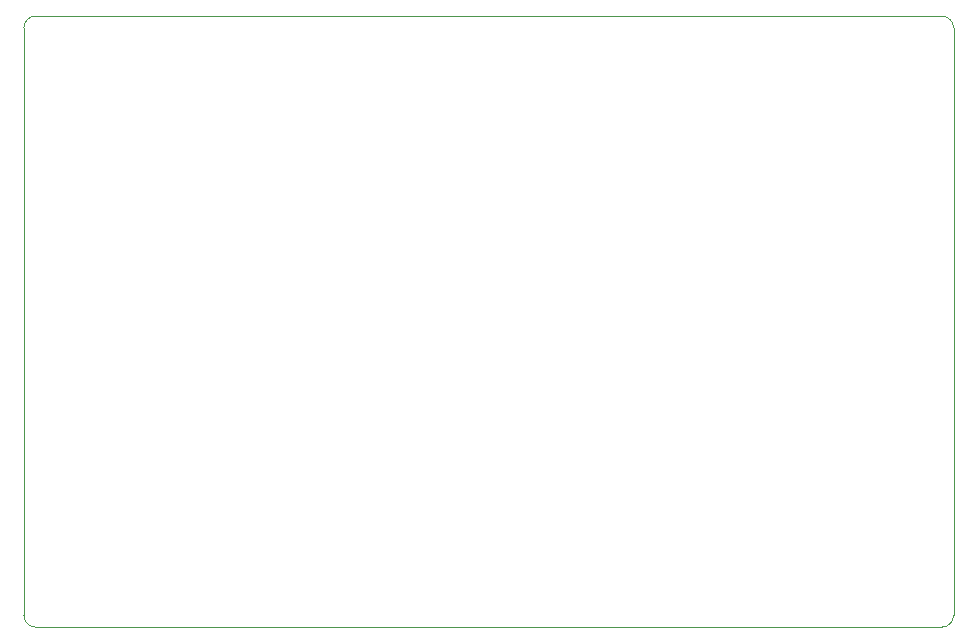
<source format=gm1>
%TF.GenerationSoftware,KiCad,Pcbnew,7.0.5*%
%TF.CreationDate,2025-04-23T02:04:11+08:00*%
%TF.ProjectId,touch-test-board,746f7563-682d-4746-9573-742d626f6172,rev?*%
%TF.SameCoordinates,Original*%
%TF.FileFunction,Profile,NP*%
%FSLAX46Y46*%
G04 Gerber Fmt 4.6, Leading zero omitted, Abs format (unit mm)*
G04 Created by KiCad (PCBNEW 7.0.5) date 2025-04-23 02:04:11*
%MOMM*%
%LPD*%
G01*
G04 APERTURE LIST*
%TA.AperFunction,Profile*%
%ADD10C,0.100000*%
%TD*%
G04 APERTURE END LIST*
D10*
X104449611Y-73027000D02*
X181167648Y-73027000D01*
X182167600Y-74027000D02*
G75*
G03*
X181167648Y-73027000I-1000000J0D01*
G01*
X103449611Y-123758574D02*
X103449611Y-74027000D01*
X103449626Y-123758574D02*
G75*
G03*
X104449611Y-124758574I999974J-26D01*
G01*
X182167648Y-74027000D02*
X182167648Y-123758574D01*
X181167648Y-124758648D02*
G75*
G03*
X182167648Y-123758574I52J999948D01*
G01*
X181167648Y-124758574D02*
X104449611Y-124758574D01*
X104449611Y-73027011D02*
G75*
G03*
X103449611Y-74027000I-11J-999989D01*
G01*
M02*

</source>
